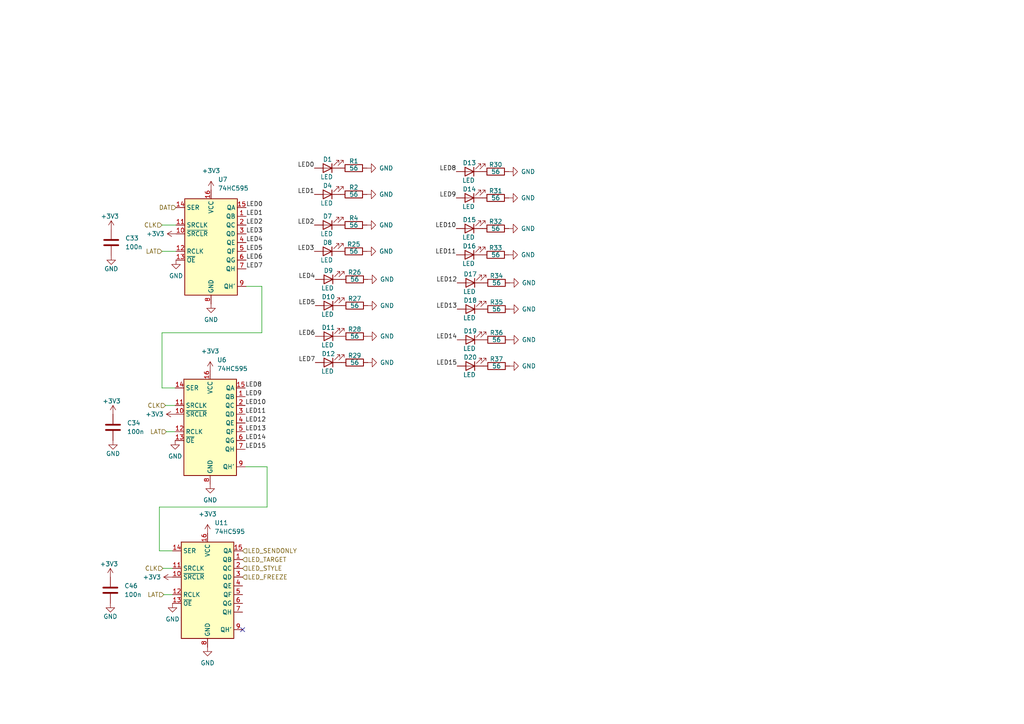
<source format=kicad_sch>
(kicad_sch (version 20211123) (generator eeschema)
  (paper "A4")
  (lib_symbols
    (symbol "74xx:74HC595"
      (property "Reference" "U" (at -7.62 13.97 0))
      (property "Value" "74HC595" (at -7.62 -16.51 0))
      (symbol "74HC595_1_0"
        (pin tri_state line (at 10.16 7.62 180) (length 2.54) (name "QB") (number "1"))
        (pin input line (at -10.16 2.54 0) (length 2.54) (name "~{SRCLR}") (number "10"))
        (pin input line (at -10.16 5.08 0) (length 2.54) (name "SRCLK") (number "11"))
        (pin input line (at -10.16 -2.54 0) (length 2.54) (name "RCLK") (number "12"))
        (pin input line (at -10.16 -5.08 0) (length 2.54) (name "~{OE}") (number "13"))
        (pin input line (at -10.16 10.16 0) (length 2.54) (name "SER") (number "14"))
        (pin tri_state line (at 10.16 10.16 180) (length 2.54) (name "QA") (number "15"))
        (pin power_in line (at 0 15.24 270) (length 2.54) (name "VCC") (number "16"))
        (pin tri_state line (at 10.16 5.08 180) (length 2.54) (name "QC") (number "2"))
        (pin tri_state line (at 10.16 2.54 180) (length 2.54) (name "QD") (number "3"))
        (pin tri_state line (at 10.16 0 180) (length 2.54) (name "QE") (number "4"))
        (pin tri_state line (at 10.16 -2.54 180) (length 2.54) (name "QF") (number "5"))
        (pin tri_state line (at 10.16 -5.08 180) (length 2.54) (name "QG") (number "6"))
        (pin tri_state line (at 10.16 -7.62 180) (length 2.54) (name "QH") (number "7"))
        (pin power_in line (at 0 -17.78 90) (length 2.54) (name "GND") (number "8"))
        (pin output line (at 10.16 -12.7 180) (length 2.54) (name "QH'") (number "9"))
      )
      (symbol "74HC595_1_1"
        (rectangle (start -7.62 12.7) (end 7.62 -15.24) (stroke (width 0.254)) (fill (type background)))
      )
    )
    (symbol "Device:C" (pin_numbers hide) (pin_names (offset 0.254))
      (property "Reference" "C" (at 0.635 2.54 0))
      (property "Value" "C" (at 0.635 -2.54 0))
      (symbol "C_0_1"
        (polyline (pts (xy -2.032 -0.762) (xy 2.032 -0.762)) (stroke (width 0.508)))
        (polyline (pts (xy -2.032 0.762) (xy 2.032 0.762)) (stroke (width 0.508)))
      )
      (symbol "C_1_1"
        (pin passive line (at 0 3.81 270) (length 2.794) (name "~") (number "1"))
        (pin passive line (at 0 -3.81 90) (length 2.794) (name "~") (number "2"))
      )
    )
    (symbol "Device:LED" (pin_numbers hide) (pin_names (offset 1.016) hide)
      (property "Reference" "D" (at 0 2.54 0))
      (property "Value" "LED" (at 0 -2.54 0))
      (symbol "LED_0_1"
        (polyline (pts (xy -1.27 -1.27) (xy -1.27 1.27)) (stroke (width 0.254)))
        (polyline (pts (xy -1.27 0) (xy 1.27 0)))
        (polyline (pts (xy 1.27 -1.27) (xy 1.27 1.27) (xy -1.27 0) (xy 1.27 -1.27)) (stroke (width 0.254)))
        (polyline (pts (xy -3.048 -0.762) (xy -4.572 -2.286) (xy -3.81 -2.286) (xy -4.572 -2.286) (xy -4.572 -1.524)))
        (polyline (pts (xy -1.778 -0.762) (xy -3.302 -2.286) (xy -2.54 -2.286) (xy -3.302 -2.286) (xy -3.302 -1.524)))
      )
      (symbol "LED_1_1"
        (pin passive line (at -3.81 0 0) (length 2.54) (name "K") (number "1"))
        (pin passive line (at 3.81 0 180) (length 2.54) (name "A") (number "2"))
      )
    )
    (symbol "Device:R" (pin_numbers hide) (pin_names (offset 0))
      (property "Reference" "R" (at 2.032 0 90))
      (property "Value" "R" (at 0 0 90))
      (symbol "R_0_1"
        (rectangle (start -1.016 -2.54) (end 1.016 2.54) (stroke (width 0.254)))
      )
      (symbol "R_1_1"
        (pin passive line (at 0 3.81 270) (length 1.27) (name "~") (number "1"))
        (pin passive line (at 0 -3.81 90) (length 1.27) (name "~") (number "2"))
      )
    )
    (symbol "power:+3.3V" (power) (pin_names (offset 0))
      (property "Value" "+3.3V" (at 0 3.556 0))
      (symbol "+3.3V_0_1"
        (polyline (pts (xy -0.762 1.27) (xy 0 2.54)))
        (polyline (pts (xy 0 0) (xy 0 2.54)))
        (polyline (pts (xy 0 2.54) (xy 0.762 1.27)))
      )
      (symbol "+3.3V_1_1"
        (pin power_in line (at 0 0 90) (length 0) hide (name "+3V3") (number "1"))
      )
    )
    (symbol "power:GND" (power) (pin_names (offset 0))
      (property "Value" "GND" (at 0 -3.81 0))
      (symbol "GND_0_1"
        (polyline (pts (xy 0 0) (xy 0 -1.27) (xy 1.27 -1.27) (xy 0 -2.54) (xy -1.27 -1.27) (xy 0 -1.27)))
      )
      (symbol "GND_1_1"
        (pin power_in line (at 0 0 270) (length 0) hide (name "GND") (number "1"))
      )
    )
  )
  (no_connect (at 70.358 182.626))
  (wire (pts (xy 75.946 83.058) (xy 75.946 96.52)))
  (wire (pts (xy 77.47 147.066) (xy 46.228 147.066)))
  (wire (pts (xy 46.99 112.522) (xy 50.8 112.522)))
  (wire (pts (xy 47.498 172.466) (xy 50.038 172.466)))
  (wire (pts (xy 47.244 164.846) (xy 50.038 164.846)))
  (wire (pts (xy 46.99 65.278) (xy 51.054 65.278)))
  (wire (pts (xy 46.99 96.52) (xy 46.99 112.522)))
  (wire (pts (xy 46.228 159.766) (xy 50.038 159.766)))
  (wire (pts (xy 71.12 135.382) (xy 77.47 135.382)))
  (wire (pts (xy 46.99 72.898) (xy 51.054 72.898)))
  (wire (pts (xy 71.374 83.058) (xy 75.946 83.058)))
  (wire (pts (xy 77.47 135.382) (xy 77.47 147.066)))
  (wire (pts (xy 48.26 125.222) (xy 50.8 125.222)))
  (wire (pts (xy 75.946 96.52) (xy 46.99 96.52)))
  (wire (pts (xy 48.006 117.602) (xy 50.8 117.602)))
  (wire (pts (xy 46.228 147.066) (xy 46.228 159.766)))
  (label "LED3" (at 71.374 67.818 0))
  (label "LED7" (at 71.374 77.978 0))
  (label "LED0" (at 71.374 60.198 0))
  (label "LED8" (at 132.334 49.784 180))
  (label "LED2" (at 91.186 65.278 180))
  (label "LED9" (at 71.12 115.062 0))
  (label "LED14" (at 71.12 127.762 0))
  (label "LED4" (at 71.374 70.358 0))
  (label "LED3" (at 91.186 72.898 180))
  (label "LED11" (at 132.334 73.914 180))
  (label "LED9" (at 132.334 57.404 180))
  (label "LED10" (at 132.334 66.294 180))
  (label "LED11" (at 71.12 120.142 0))
  (label "LED12" (at 71.12 122.682 0))
  (label "LED6" (at 91.44 97.536 180))
  (label "LED15" (at 71.12 130.302 0))
  (label "LED13" (at 71.12 125.222 0))
  (label "LED5" (at 71.374 72.898 0))
  (label "LED6" (at 71.374 75.438 0))
  (label "LED1" (at 71.374 62.738 0))
  (label "LED13" (at 132.588 89.662 180))
  (label "LED5" (at 91.44 88.646 180))
  (label "LED4" (at 91.44 81.026 180))
  (label "LED14" (at 132.588 98.552 180))
  (label "LED0" (at 91.186 48.768 180))
  (label "LED1" (at 91.186 56.388 180))
  (label "LED12" (at 132.588 82.042 180))
  (label "LED10" (at 71.12 117.602 0))
  (label "LED7" (at 91.44 105.156 180))
  (label "LED15" (at 132.588 106.172 180))
  (label "LED8" (at 71.12 112.522 0))
  (label "LED2" (at 71.374 65.278 0))
  (hierarchical_label "LAT" (shape input) (at 46.99 72.898 180))
  (hierarchical_label "LED_FREEZE" (shape input) (at 70.358 167.386 0))
  (hierarchical_label "CLK" (shape input) (at 46.99 65.278 180))
  (hierarchical_label "LAT" (shape input) (at 48.26 125.222 180))
  (hierarchical_label "LED_TARGET" (shape input) (at 70.358 162.306 0))
  (hierarchical_label "LED_SENDONLY" (shape input) (at 70.358 159.766 0))
  (hierarchical_label "LAT" (shape input) (at 47.498 172.466 180))
  (hierarchical_label "CLK" (shape input) (at 48.006 117.602 180))
  (hierarchical_label "LED_STYLE" (shape input) (at 70.358 164.846 0))
  (hierarchical_label "CLK" (shape input) (at 47.244 164.846 180))
  (hierarchical_label "DAT" (shape input) (at 51.054 60.198 180))
  (symbol (lib_id "power:GND") (at 106.426 72.898 90) (unit 1)
    (property "Reference" "#PWR0228" (effects hide))
    (property "Value" "GND" (at 114.046 72.898 90) (effects (justify left)))
  )
  (symbol (lib_id "power:GND") (at 147.574 66.294 90) (unit 1)
    (property "Reference" "#PWR0212" (effects hide))
    (property "Value" "GND" (at 155.194 66.294 90) (effects (justify left)))
  )
  (symbol (lib_id "power:GND") (at 147.828 106.172 90) (unit 1)
    (property "Reference" "#PWR0214" (effects hide))
    (property "Value" "GND" (at 155.448 106.172 90) (effects (justify left)))
  )
  (symbol (lib_id "Device:R") (at 102.616 65.278 90) (unit 1)
    (property "Reference" "R4" (at 102.616 63.246 90))
    (property "Value" "56" (at 102.616 65.278 90))
    (property "Footprint" "Resistor_SMD:R_0402_1005Metric" (effects hide))
  )
  (symbol (lib_id "power:GND") (at 147.828 89.662 90) (unit 1)
    (property "Reference" "#PWR0213" (effects hide))
    (property "Value" "GND" (at 155.448 89.662 90) (effects (justify left)))
  )
  (symbol (lib_id "power:+3.3V") (at 60.96 107.442 0) (unit 1)
    (property "Reference" "#PWR0218" (effects hide))
    (property "Value" "+3.3V" (at 60.96 101.854 0))
  )
  (symbol (lib_id "Device:C") (at 32.004 171.196 0) (unit 1)
    (property "Reference" "C46" (at 36.068 169.9259 0) (effects (justify left)))
    (property "Value" "100n" (at 36.068 172.4659 0) (effects (justify left)))
    (property "Footprint" "Capacitor_SMD:C_0402_1005Metric" (effects hide))
  )
  (symbol (lib_id "power:GND") (at 106.68 105.156 90) (unit 1)
    (property "Reference" "#PWR0231" (effects hide))
    (property "Value" "GND" (at 114.3 105.156 90) (effects (justify left)))
  )
  (symbol (lib_id "power:+3.3V") (at 60.198 154.686 0) (unit 1)
    (property "Reference" "#PWR0310" (effects hide))
    (property "Value" "+3.3V" (at 60.198 149.098 0))
  )
  (symbol (lib_id "power:GND") (at 50.038 175.006 0) (unit 1)
    (property "Reference" "#PWR0313" (effects hide))
    (property "Value" "GND" (at 50.038 179.578 0))
  )
  (symbol (lib_id "Device:LED") (at 136.144 49.784 180) (unit 1)
    (property "Reference" "D13" (at 136.144 47.244 0))
    (property "Value" "LED" (at 135.89 52.324 0))
    (property "Footprint" "LED_THT:LED_D3.0mm_FlatTop" (effects hide))
  )
  (symbol (lib_id "Device:R") (at 143.764 49.784 90) (unit 1)
    (property "Reference" "R30" (at 143.764 47.752 90))
    (property "Value" "56" (at 143.764 49.784 90))
    (property "Footprint" "Resistor_SMD:R_0402_1005Metric" (effects hide))
  )
  (symbol (lib_id "Device:R") (at 144.018 82.042 90) (unit 1)
    (property "Reference" "R34" (at 144.018 80.01 90))
    (property "Value" "56" (at 144.018 82.042 90))
    (property "Footprint" "Resistor_SMD:R_0402_1005Metric" (effects hide))
  )
  (symbol (lib_id "Device:LED") (at 94.996 65.278 180) (unit 1)
    (property "Reference" "D7" (at 94.996 62.738 0))
    (property "Value" "LED" (at 94.742 67.818 0))
    (property "Footprint" "LED_THT:LED_D3.0mm_FlatTop" (effects hide))
  )
  (symbol (lib_id "power:GND") (at 60.96 140.462 0) (unit 1)
    (property "Reference" "#PWR0216" (effects hide))
    (property "Value" "GND" (at 60.96 145.034 0))
  )
  (symbol (lib_id "Device:LED") (at 95.25 81.026 180) (unit 1)
    (property "Reference" "D9" (at 95.25 78.486 0))
    (property "Value" "LED" (at 94.996 83.566 0))
    (property "Footprint" "LED_THT:LED_D3.0mm_FlatTop" (effects hide))
  )
  (symbol (lib_id "Device:LED") (at 95.25 88.646 180) (unit 1)
    (property "Reference" "D10" (at 95.25 86.106 0))
    (property "Value" "LED" (at 94.996 91.186 0))
    (property "Footprint" "LED_THT:LED_D3.0mm_FlatTop" (effects hide))
  )
  (symbol (lib_id "Device:LED") (at 95.25 105.156 180) (unit 1)
    (property "Reference" "D12" (at 95.25 102.616 0))
    (property "Value" "LED" (at 94.996 107.696 0))
    (property "Footprint" "LED_THT:LED_D3.0mm_FlatTop" (effects hide))
  )
  (symbol (lib_id "Device:R") (at 102.87 105.156 90) (unit 1)
    (property "Reference" "R29" (at 102.87 103.124 90))
    (property "Value" "56" (at 102.87 105.156 90))
    (property "Footprint" "Resistor_SMD:R_0402_1005Metric" (effects hide))
  )
  (symbol (lib_id "power:+3.3V") (at 32.004 167.386 0) (unit 1)
    (property "Reference" "#PWR0311" (effects hide))
    (property "Value" "+3.3V" (at 28.956 163.576 0) (effects (justify left)))
  )
  (symbol (lib_id "Device:C") (at 32.766 123.952 0) (unit 1)
    (property "Reference" "C34" (at 36.83 122.6819 0) (effects (justify left)))
    (property "Value" "100n" (at 36.83 125.2219 0) (effects (justify left)))
    (property "Footprint" "Capacitor_SMD:C_0402_1005Metric" (effects hide))
  )
  (symbol (lib_id "Device:R") (at 102.87 88.646 90) (unit 1)
    (property "Reference" "R27" (at 102.87 86.614 90))
    (property "Value" "56" (at 102.87 88.646 90))
    (property "Footprint" "Resistor_SMD:R_0402_1005Metric" (effects hide))
  )
  (symbol (lib_id "Device:LED") (at 136.398 98.552 180) (unit 1)
    (property "Reference" "D19" (at 136.398 96.012 0))
    (property "Value" "LED" (at 136.144 101.092 0))
    (property "Footprint" "LED_THT:LED_D3.0mm_FlatTop" (effects hide))
  )
  (symbol (lib_id "Device:R") (at 143.764 73.914 90) (unit 1)
    (property "Reference" "R33" (at 143.764 71.882 90))
    (property "Value" "56" (at 143.764 73.914 90))
    (property "Footprint" "Resistor_SMD:R_0402_1005Metric" (effects hide))
  )
  (symbol (lib_id "Device:LED") (at 136.398 106.172 180) (unit 1)
    (property "Reference" "D20" (at 136.398 103.632 0))
    (property "Value" "LED" (at 136.144 108.712 0))
    (property "Footprint" "LED_THT:LED_D3.0mm_FlatTop" (effects hide))
  )
  (symbol (lib_id "power:+3.3V") (at 50.038 167.386 90) (unit 1)
    (property "Reference" "#PWR0312" (effects hide))
    (property "Value" "+3.3V" (at 41.402 167.386 90) (effects (justify right)))
  )
  (symbol (lib_id "power:GND") (at 147.574 49.784 90) (unit 1)
    (property "Reference" "#PWR0138" (effects hide))
    (property "Value" "GND" (at 155.194 49.784 90) (effects (justify left)))
  )
  (symbol (lib_id "Device:LED") (at 136.144 73.914 180) (unit 1)
    (property "Reference" "D16" (at 136.144 71.374 0))
    (property "Value" "LED" (at 135.89 76.454 0))
    (property "Footprint" "LED_THT:LED_D3.0mm_FlatTop" (effects hide))
  )
  (symbol (lib_id "74xx:74HC595") (at 60.96 122.682 0) (unit 1)
    (property "Reference" "U6" (at 62.9794 104.394 0) (effects (justify left)))
    (property "Value" "74HC595" (at 62.9794 106.934 0) (effects (justify left)))
    (property "Footprint" "Package_SO:TSSOP-16_4.4x5mm_P0.65mm" (effects hide))
    (property "Datasheet" "http://www.ti.com/lit/ds/symlink/sn74hc595.pdf" (effects hide))
  )
  (symbol (lib_id "Device:R") (at 144.018 106.172 90) (unit 1)
    (property "Reference" "R37" (at 144.018 104.14 90))
    (property "Value" "56" (at 144.018 106.172 90))
    (property "Footprint" "Resistor_SMD:R_0402_1005Metric" (effects hide))
  )
  (symbol (lib_id "74xx:74HC595") (at 60.198 169.926 0) (unit 1)
    (property "Reference" "U11" (at 62.2174 151.638 0) (effects (justify left)))
    (property "Value" "74HC595" (at 62.2174 154.178 0) (effects (justify left)))
    (property "Footprint" "Package_SO:TSSOP-16_4.4x5mm_P0.65mm" (effects hide))
    (property "Datasheet" "http://www.ti.com/lit/ds/symlink/sn74hc595.pdf" (effects hide))
  )
  (symbol (lib_id "Device:LED") (at 95.25 97.536 180) (unit 1)
    (property "Reference" "D11" (at 95.25 94.996 0))
    (property "Value" "LED" (at 94.996 100.076 0))
    (property "Footprint" "LED_THT:LED_D3.0mm_FlatTop" (effects hide))
  )
  (symbol (lib_id "power:+3.3V") (at 32.766 120.142 0) (unit 1)
    (property "Reference" "#PWR0244" (effects hide))
    (property "Value" "+3.3V" (at 29.718 116.332 0) (effects (justify left)))
  )
  (symbol (lib_id "power:GND") (at 51.054 75.438 0) (unit 1)
    (property "Reference" "#PWR0221" (effects hide))
    (property "Value" "GND" (at 51.054 80.01 0))
  )
  (symbol (lib_id "Device:R") (at 102.616 48.768 90) (unit 1)
    (property "Reference" "R1" (at 102.616 46.736 90))
    (property "Value" "56" (at 102.616 48.768 90))
    (property "Footprint" "Resistor_SMD:R_0402_1005Metric" (effects hide))
  )
  (symbol (lib_id "74xx:74HC595") (at 61.214 70.358 0) (unit 1)
    (property "Reference" "U7" (at 63.2334 52.07 0) (effects (justify left)))
    (property "Value" "74HC595" (at 63.2334 54.61 0) (effects (justify left)))
    (property "Footprint" "Package_SO:TSSOP-16_4.4x5mm_P0.65mm" (effects hide))
    (property "Datasheet" "http://www.ti.com/lit/ds/symlink/sn74hc595.pdf" (effects hide))
  )
  (symbol (lib_id "power:GND") (at 106.426 48.768 90) (unit 1)
    (property "Reference" "#PWR0229" (effects hide))
    (property "Value" "GND" (at 114.046 48.768 90) (effects (justify left)))
  )
  (symbol (lib_id "Device:R") (at 144.018 98.552 90) (unit 1)
    (property "Reference" "R36" (at 144.018 96.52 90))
    (property "Value" "56" (at 144.018 98.552 90))
    (property "Footprint" "Resistor_SMD:R_0402_1005Metric" (effects hide))
  )
  (symbol (lib_id "power:GND") (at 147.828 82.042 90) (unit 1)
    (property "Reference" "#PWR0210" (effects hide))
    (property "Value" "GND" (at 155.448 82.042 90) (effects (justify left)))
  )
  (symbol (lib_id "Device:C") (at 32.258 70.358 0) (unit 1)
    (property "Reference" "C33" (at 36.322 69.0879 0) (effects (justify left)))
    (property "Value" "100n" (at 36.322 71.6279 0) (effects (justify left)))
    (property "Footprint" "Capacitor_SMD:C_0402_1005Metric" (effects hide))
  )
  (symbol (lib_id "Device:LED") (at 136.398 82.042 180) (unit 1)
    (property "Reference" "D17" (at 136.398 79.502 0))
    (property "Value" "LED" (at 136.144 84.582 0))
    (property "Footprint" "LED_THT:LED_D3.0mm_FlatTop" (effects hide))
  )
  (symbol (lib_id "power:+3.3V") (at 50.8 120.142 90) (unit 1)
    (property "Reference" "#PWR0220" (effects hide))
    (property "Value" "+3.3V" (at 42.164 120.142 90) (effects (justify right)))
  )
  (symbol (lib_id "Device:R") (at 102.616 72.898 90) (unit 1)
    (property "Reference" "R25" (at 102.616 70.866 90))
    (property "Value" "56" (at 102.616 72.898 90))
    (property "Footprint" "Resistor_SMD:R_0402_1005Metric" (effects hide))
  )
  (symbol (lib_id "power:GND") (at 61.214 88.138 0) (unit 1)
    (property "Reference" "#PWR0219" (effects hide))
    (property "Value" "GND" (at 61.214 92.71 0))
  )
  (symbol (lib_id "power:GND") (at 106.68 81.026 90) (unit 1)
    (property "Reference" "#PWR0224" (effects hide))
    (property "Value" "GND" (at 114.3 81.026 90) (effects (justify left)))
  )
  (symbol (lib_id "power:GND") (at 32.258 74.168 0) (unit 1)
    (property "Reference" "#PWR0246" (effects hide))
    (property "Value" "GND" (at 30.226 77.978 0) (effects (justify left)))
  )
  (symbol (lib_id "Device:R") (at 102.616 56.388 90) (unit 1)
    (property "Reference" "R2" (at 102.616 54.356 90))
    (property "Value" "56" (at 102.616 56.388 90))
    (property "Footprint" "Resistor_SMD:R_0402_1005Metric" (effects hide))
  )
  (symbol (lib_id "power:GND") (at 147.574 57.404 90) (unit 1)
    (property "Reference" "#PWR0137" (effects hide))
    (property "Value" "GND" (at 155.194 57.404 90) (effects (justify left)))
  )
  (symbol (lib_id "power:GND") (at 106.426 56.388 90) (unit 1)
    (property "Reference" "#PWR0226" (effects hide))
    (property "Value" "GND" (at 114.046 56.388 90) (effects (justify left)))
  )
  (symbol (lib_id "Device:R") (at 144.018 89.662 90) (unit 1)
    (property "Reference" "R35" (at 144.018 87.63 90))
    (property "Value" "56" (at 144.018 89.662 90))
    (property "Footprint" "Resistor_SMD:R_0402_1005Metric" (effects hide))
  )
  (symbol (lib_id "Device:LED") (at 94.996 48.768 180) (unit 1)
    (property "Reference" "D1" (at 94.996 46.228 0))
    (property "Value" "LED" (at 94.742 51.308 0))
    (property "Footprint" "LED_THT:LED_D3.0mm_FlatTop" (effects hide))
  )
  (symbol (lib_id "power:GND") (at 106.426 65.278 90) (unit 1)
    (property "Reference" "#PWR0227" (effects hide))
    (property "Value" "GND" (at 114.046 65.278 90) (effects (justify left)))
  )
  (symbol (lib_id "Device:R") (at 143.764 66.294 90) (unit 1)
    (property "Reference" "R32" (at 143.764 64.262 90))
    (property "Value" "56" (at 143.764 66.294 90))
    (property "Footprint" "Resistor_SMD:R_0402_1005Metric" (effects hide))
  )
  (symbol (lib_id "power:GND") (at 147.574 73.914 90) (unit 1)
    (property "Reference" "#PWR0211" (effects hide))
    (property "Value" "GND" (at 155.194 73.914 90) (effects (justify left)))
  )
  (symbol (lib_id "power:GND") (at 50.8 127.762 0) (unit 1)
    (property "Reference" "#PWR0217" (effects hide))
    (property "Value" "GND" (at 50.8 132.334 0))
  )
  (symbol (lib_id "power:+3.3V") (at 61.214 55.118 0) (unit 1)
    (property "Reference" "#PWR0223" (effects hide))
    (property "Value" "+3.3V" (at 61.214 49.53 0))
  )
  (symbol (lib_id "power:GND") (at 147.828 98.552 90) (unit 1)
    (property "Reference" "#PWR0215" (effects hide))
    (property "Value" "GND" (at 155.448 98.552 90) (effects (justify left)))
  )
  (symbol (lib_id "power:GND") (at 106.68 97.536 90) (unit 1)
    (property "Reference" "#PWR0230" (effects hide))
    (property "Value" "GND" (at 114.3 97.536 90) (effects (justify left)))
  )
  (symbol (lib_id "Device:LED") (at 136.144 57.404 180) (unit 1)
    (property "Reference" "D14" (at 136.144 54.864 0))
    (property "Value" "LED" (at 135.89 59.944 0))
    (property "Footprint" "LED_THT:LED_D3.0mm_FlatTop" (effects hide))
  )
  (symbol (lib_id "power:+3.3V") (at 51.054 67.818 90) (unit 1)
    (property "Reference" "#PWR0222" (effects hide))
    (property "Value" "+3.3V" (at 42.418 67.818 90) (effects (justify right)))
  )
  (symbol (lib_id "power:GND") (at 106.68 88.646 90) (unit 1)
    (property "Reference" "#PWR0225" (effects hide))
    (property "Value" "GND" (at 114.3 88.646 90) (effects (justify left)))
  )
  (symbol (lib_id "Device:LED") (at 94.996 56.388 180) (unit 1)
    (property "Reference" "D4" (at 94.996 53.848 0))
    (property "Value" "LED" (at 94.742 58.928 0))
    (property "Footprint" "LED_THT:LED_D3.0mm_FlatTop" (effects hide))
  )
  (symbol (lib_id "power:GND") (at 32.766 127.762 0) (unit 1)
    (property "Reference" "#PWR0245" (effects hide))
    (property "Value" "GND" (at 30.734 131.572 0) (effects (justify left)))
  )
  (symbol (lib_id "Device:R") (at 102.87 81.026 90) (unit 1)
    (property "Reference" "R26" (at 102.87 78.994 90))
    (property "Value" "56" (at 102.87 81.026 90))
    (property "Footprint" "Resistor_SMD:R_0402_1005Metric" (effects hide))
  )
  (symbol (lib_id "Device:LED") (at 94.996 72.898 180) (unit 1)
    (property "Reference" "D8" (at 94.996 70.358 0))
    (property "Value" "LED" (at 94.742 75.438 0))
    (property "Footprint" "LED_THT:LED_D3.0mm_FlatTop" (effects hide))
  )
  (symbol (lib_id "power:GND") (at 32.004 175.006 0) (unit 1)
    (property "Reference" "#PWR0314" (effects hide))
    (property "Value" "GND" (at 29.972 178.816 0) (effects (justify left)))
  )
  (symbol (lib_id "Device:LED") (at 136.398 89.662 180) (unit 1)
    (property "Reference" "D18" (at 136.398 87.122 0))
    (property "Value" "LED" (at 136.144 92.202 0))
    (property "Footprint" "LED_THT:LED_D3.0mm_FlatTop" (effects hide))
  )
  (symbol (lib_id "Device:LED") (at 136.144 66.294 180) (unit 1)
    (property "Reference" "D15" (at 136.144 63.754 0))
    (property "Value" "LED" (at 135.89 68.834 0))
    (property "Footprint" "LED_THT:LED_D3.0mm_FlatTop" (effects hide))
  )
  (symbol (lib_id "Device:R") (at 143.764 57.404 90) (unit 1)
    (property "Reference" "R31" (at 143.764 55.372 90))
    (property "Value" "56" (at 143.764 57.404 90))
    (property "Footprint" "Resistor_SMD:R_0402_1005Metric" (effects hide))
  )
  (symbol (lib_id "power:+3.3V") (at 32.258 66.548 0) (unit 1)
    (property "Reference" "#PWR0247" (effects hide))
    (property "Value" "+3.3V" (at 29.21 62.738 0) (effects (justify left)))
  )
  (symbol (lib_id "Device:R") (at 102.87 97.536 90) (unit 1)
    (property "Reference" "R28" (at 102.87 95.504 90))
    (property "Value" "56" (at 102.87 97.536 90))
    (property "Footprint" "Resistor_SMD:R_0402_1005Metric" (effects hide))
  )
  (symbol (lib_id "power:GND") (at 60.198 187.706 0) (unit 1)
    (property "Reference" "#PWR0309" (effects hide))
    (property "Value" "GND" (at 60.198 192.278 0))
  )
)
</source>
